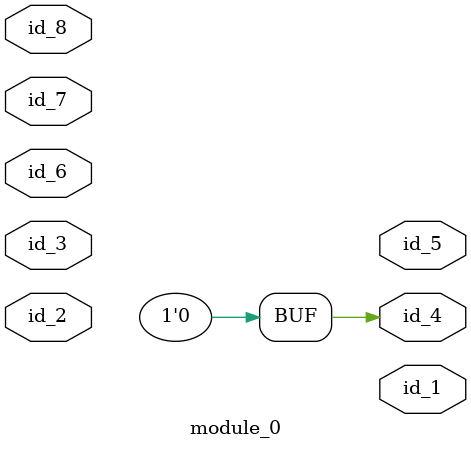
<source format=v>
module module_0 (
    id_1,
    id_2,
    id_3,
    id_4,
    id_5,
    id_6,
    id_7,
    id_8
);
  input id_8;
  input id_7;
  inout id_6;
  output id_5;
  output id_4;
  inout id_3;
  inout id_2;
  output id_1;
  initial begin
    id_4 <= 1'b0;
  end
endmodule

</source>
